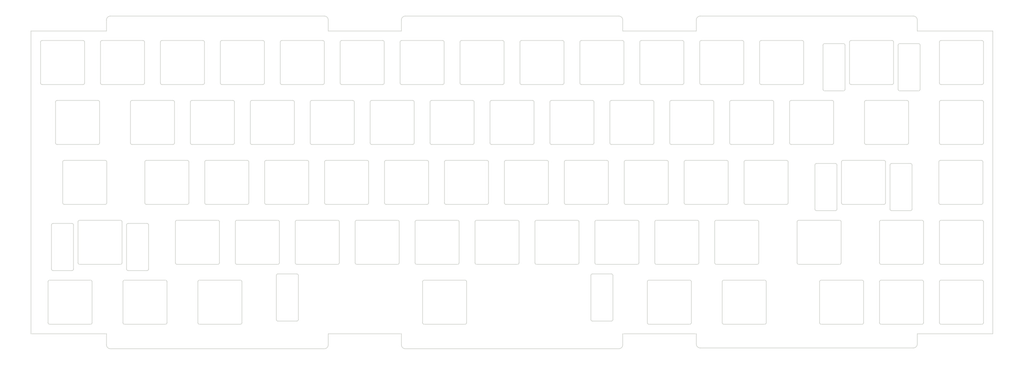
<source format=kicad_pcb>
(kicad_pcb (version 20210126) (generator pcbnew)
  (layers (0 "F.Cu" signal) (31 "B.Cu" signal) (34 "B.Paste" user) (35 "F.Paste" user) (36 "B.SilkS" user "B.Silkscreen") (37 "F.SilkS" user "F.Silkscreen") (38 "B.Mask" user) (39 "F.Mask" user) (44 "Edge.Cuts" user))
  (net 0 "")
  (gr_arc (start 221.607686 91.412143) (end 221.607686 91.912143) (angle -90) (layer "Edge.Cuts") (width 0.2))
  (gr_line (start -3.323564 110.962143) (end 9.676436 110.962143) (layer "Edge.Cuts") (width 0.2))
  (gr_line (start -2.236564 93.912143) (end 3.763436 93.912143) (layer "Edge.Cuts") (width 0.2))
  (gr_line (start 56.207686 91.912143) (end 69.207686 91.912143) (layer "Edge.Cuts") (width 0.2))
  (gr_line (start 137.170186 53.812143) (end 150.170186 53.812143) (layer "Edge.Cuts") (width 0.2))
  (gr_line (start 264.336436 59.862143) (end 270.336436 59.862143) (layer "Edge.Cuts") (width 0.2))
  (gr_line (start 51.445186 34.762142) (end 64.445186 34.762142) (layer "Edge.Cuts") (width 0.2))
  (gr_arc (start 235.895186 21.262143) (end 236.395186 21.262143) (angle -90) (layer "Edge.Cuts") (width 0.2))
  (gr_arc (start 222.895186 21.262143) (end 222.895186 20.762143) (angle -90) (layer "Edge.Cuts") (width 0.2))
  (gr_line (start 1.343686 58.862143) (end 14.343686 58.862143) (layer "Edge.Cuts") (width 0.2))
  (gr_arc (start 40.442186 59.362143) (end 40.942186 59.362143) (angle -90) (layer "Edge.Cuts") (width 0.2))
  (gr_arc (start 292.854686 59.362143) (end 293.354686 59.362143) (angle -90) (layer "Edge.Cuts") (width 0.2))
  (gr_arc (start 21.639436 93.412143) (end 21.139436 93.412143) (angle -90) (layer "Edge.Cuts") (width 0.2))
  (gr_line (start 16 118.749999) (end 84 118.749999) (layer "Edge.Cuts") (width 0.2))
  (gr_line (start 279.854686 58.862143) (end 292.854686 58.862143) (layer "Edge.Cuts") (width 0.2))
  (gr_arc (start 135.692186 72.362143) (end 135.692186 72.862143) (angle -90) (layer "Edge.Cuts") (width 0.2))
  (gr_line (start 85.25 114) (end 85.25 117.5) (layer "Edge.Cuts") (width 0.2))
  (gr_line (start 44.301436 110.962143) (end 57.301436 110.962143) (layer "Edge.Cuts") (width 0.2))
  (gr_line (start 165.745186 20.762143) (end 178.745186 20.762143) (layer "Edge.Cuts") (width 0.2))
  (gr_line (start 203.057686 78.412143) (end 203.057686 91.412143) (layer "Edge.Cuts") (width 0.2))
  (gr_arc (start 178.745186 34.262142) (end 178.745186 34.762142) (angle -90) (layer "Edge.Cuts") (width 0.2))
  (gr_arc (start 127.645186 21.262143) (end 127.645186 20.762143) (angle -90) (layer "Edge.Cuts") (width 0.2))
  (gr_line (start 79.520186 40.312143) (end 79.520186 53.312143) (layer "Edge.Cuts") (width 0.2))
  (gr_arc (start 165.745186 34.262142) (end 165.245186 34.262142) (angle -90) (layer "Edge.Cuts") (width 0.2))
  (gr_arc (start 261.898436 59.362143) (end 262.398436 59.362143) (angle -90) (layer "Edge.Cuts") (width 0.2))
  (gr_arc (start 89.545186 21.262143) (end 89.545186 20.762143) (angle -90) (layer "Edge.Cuts") (width 0.2))
  (gr_arc (start 3.763436 79.412143) (end 4.263436 79.412143) (angle -90) (layer "Edge.Cuts") (width 0.2))
  (gr_line (start 28.139436 79.412143) (end 28.139436 93.412143) (layer "Edge.Cuts") (width 0.2))
  (gr_line (start 174.292186 59.362143) (end 174.292186 72.362143) (layer "Edge.Cuts") (width 0.2))
  (gr_line (start 117.620186 40.312143) (end 117.620186 53.312143) (layer "Edge.Cuts") (width 0.2))
  (gr_arc (start 159.695186 21.262143) (end 160.195186 21.262143) (angle -90) (layer "Edge.Cuts") (width 0.2))
  (gr_line (start 155.720186 40.312143) (end 155.720186 53.312143) (layer "Edge.Cuts") (width 0.2))
  (gr_line (start 60.970186 39.812143) (end 73.970186 39.812143) (layer "Edge.Cuts") (width 0.2))
  (gr_line (start 108.595186 34.762142) (end 121.595185 34.762142) (layer "Edge.Cuts") (width 0.2))
  (gr_line (start 115.738936 110.962143) (end 128.738936 110.962143) (layer "Edge.Cuts") (width 0.2))
  (gr_line (start 151.457686 91.912143) (end 164.457686 91.912143) (layer "Edge.Cuts") (width 0.2))
  (gr_line (start 179.842186 58.862143) (end 192.842186 58.862143) (layer "Edge.Cuts") (width 0.2))
  (gr_line (start 270.836436 60.362143) (end 270.836436 74.362143) (layer "Edge.Cuts") (width 0.2))
  (gr_line (start 248.898435 58.862143) (end 261.898436 58.862143) (layer "Edge.Cuts") (width 0.2))
  (gr_line (start 51.445186 20.762143) (end 64.445186 20.762143) (layer "Edge.Cuts") (width 0.2))
  (gr_arc (start 210.988936 110.462143) (end 210.488936 110.462143) (angle -90) (layer "Edge.Cuts") (width 0.2))
  (gr_line (start 272.5 17.75) (end 296.5 17.75) (layer "Edge.Cuts") (width 0.2))
  (gr_line (start 170.507686 91.912143) (end 183.507686 91.912143) (layer "Edge.Cuts") (width 0.2))
  (gr_arc (start 192.842186 59.362143) (end 193.342186 59.362143) (angle -90) (layer "Edge.Cuts") (width 0.2))
  (gr_line (start 129.238936 97.462143) (end 129.238936 110.462143) (layer "Edge.Cuts") (width 0.2))
  (gr_line (start 22.870186 39.812143) (end 35.870186 39.812143) (layer "Edge.Cuts") (width 0.2))
  (gr_arc (start 122.692186 72.362143) (end 122.192186 72.362143) (angle -90) (layer "Edge.Cuts") (width 0.2))
  (gr_line (start 203.500001 13) (end 271.25 13) (layer "Edge.Cuts") (width 0.2))
  (gr_arc (start 84 117.5) (end 85.249999 117.5) (angle 90) (layer "Edge.Cuts") (width 0.2))
  (gr_line (start 137.170186 39.812143) (end 150.170186 39.812143) (layer "Edge.Cuts") (width 0.2))
  (gr_line (start 210.488936 97.462143) (end 210.488936 110.462143) (layer "Edge.Cuts") (width 0.2))
  (gr_line (start 243.032186 21.762143) (end 249.032186 21.762143) (layer "Edge.Cuts") (width 0.2))
  (gr_line (start 46.492186 58.862143) (end 59.492186 58.862143) (layer "Edge.Cuts") (width 0.2))
  (gr_arc (start 208.607686 78.412143) (end 208.607686 77.912143) (angle -90) (layer "Edge.Cuts") (width 0.2))
  (gr_line (start 224.488936 97.462143) (end 224.488936 110.462143) (layer "Edge.Cuts") (width 0.2))
  (gr_line (start 170.007686 78.412143) (end 170.007686 91.412143) (layer "Edge.Cuts") (width 0.2))
  (gr_arc (start -0.942314 53.312143) (end -1.442314 53.312143) (angle -90) (layer "Edge.Cuts") (width 0.2))
  (gr_arc (start 32.395186 34.262142) (end 31.895186 34.262142) (angle -90) (layer "Edge.Cuts") (width 0.2))
  (gr_line (start 10.176436 97.462143) (end 10.176436 110.462143) (layer "Edge.Cuts") (width 0.2))
  (gr_line (start 178.866117 17.75) (end 202.250001 17.75) (layer "Edge.Cuts") (width 0.2))
  (gr_arc (start 188.270186 53.312143) (end 188.270186 53.812143) (angle -90) (layer "Edge.Cuts") (width 0.2))
  (gr_line (start 109.749999 118.749999) (end 177.616118 118.749999) (layer "Edge.Cuts") (width 0.2))
  (gr_arc (start 131.120186 40.312143) (end 131.620186 40.312143) (angle -90) (layer "Edge.Cuts") (width 0.2))
  (gr_arc (start 89.545186 34.262142) (end 89.045186 34.262142) (angle -90) (layer "Edge.Cuts") (width 0.2))
  (gr_line (start 4.263436 79.412143) (end 4.263436 93.412143) (layer "Edge.Cuts") (width 0.2))
  (gr_arc (start 211.892186 59.362143) (end 212.392186 59.362143) (angle -90) (layer "Edge.Cuts") (width 0.2))
  (gr_arc (start 273.995186 91.412143) (end 273.995186 91.912143) (angle -90) (layer "Edge.Cuts") (width 0.2))
  (gr_line (start 145.907686 78.412143) (end 145.907686 91.412143) (layer "Edge.Cuts") (width 0.2))
  (gr_line (start 208.607686 91.912143) (end 221.607686 91.912143) (layer "Edge.Cuts") (width 0.2))
  (gr_arc (start 107.307686 78.412143) (end 107.807686 78.412143) (angle -90) (layer "Edge.Cuts") (width 0.2))
  (gr_arc (start 12.057686 53.312143) (end 12.057686 53.812143) (angle -90) (layer "Edge.Cuts") (width 0.2))
  (gr_line (start 69.995186 21.262143) (end 69.995186 34.262142) (layer "Edge.Cuts") (width 0.2))
  (gr_line (start 103.142186 59.362143) (end 103.142186 72.362143) (layer "Edge.Cuts") (width 0.2))
  (gr_line (start 36.370186 40.312143) (end 36.370186 53.312143) (layer "Edge.Cuts") (width 0.2))
  (gr_line (start 200.676436 97.462143) (end 200.676436 110.462143) (layer "Edge.Cuts") (width 0.2))
  (gr_arc (start 132.407686 91.412143) (end 131.907686 91.412143) (angle -90) (layer "Edge.Cuts") (width 0.2))
  (gr_line (start 187.176436 96.962143) (end 200.176436 96.962143) (layer "Edge.Cuts") (width 0.2))
  (gr_arc (start 44.301436 110.462143) (end 43.801436 110.462143) (angle -90) (layer "Edge.Cuts") (width 0.2))
  (gr_line (start 12.845186 21.262143) (end 12.845186 34.262142) (layer "Edge.Cuts") (width 0.2))
  (gr_line (start 80.020186 53.812143) (end 93.020186 53.812143) (layer "Edge.Cuts") (width 0.2))
  (gr_line (start 280.045186 110.962143) (end 293.045186 110.962143) (layer "Edge.Cuts") (width 0.2))
  (gr_line (start 93.520186 40.312143) (end 93.520186 53.312143) (layer "Edge.Cuts") (width 0.2))
  (gr_line (start 99.070186 39.812143) (end 112.070186 39.812143) (layer "Edge.Cuts") (width 0.2))
  (gr_arc (start 177.616118 117.5) (end 178.866117 117.5) (angle 90) (layer "Edge.Cuts") (width 0.2))
  (gr_arc (start 230.942186 72.362143) (end 230.942186 72.862143) (angle -90) (layer "Edge.Cuts") (width 0.2))
  (gr_arc (start 246.460436 74.362143) (end 246.460436 74.862143) (angle -90) (layer "Edge.Cuts") (width 0.2))
  (gr_line (start 178.866117 117.5) (end 178.866117 114) (layer "Edge.Cuts") (width 0.2))
  (gr_line (start 65.042186 59.362143) (end 65.042186 72.362143) (layer "Edge.Cuts") (width 0.2))
  (gr_arc (start 33.488936 97.462143) (end 33.988936 97.462143) (angle -90) (layer "Edge.Cuts") (width 0.2))
  (gr_arc (start 203.845186 21.262143) (end 203.845186 20.762143) (angle -90) (layer "Edge.Cuts") (width 0.2))
  (gr_line (start 186.676436 97.462143) (end 186.676436 110.462143) (layer "Edge.Cuts") (width 0.2))
  (gr_arc (start 140.645186 21.262143) (end 141.145186 21.262143) (angle -90) (layer "Edge.Cuts") (width 0.2))
  (gr_line (start 64.945186 21.262143) (end 64.945186 34.262142) (layer "Edge.Cuts") (width 0.2))
  (gr_line (start 279.545186 40.312143) (end 279.545186 53.312143) (layer "Edge.Cuts") (width 0.2))
  (gr_line (start 141.742186 58.862143) (end 154.742186 58.862143) (layer "Edge.Cuts") (width 0.2))
  (gr_line (start 46.492186 72.862143) (end 59.492186 72.862143) (layer "Edge.Cuts") (width 0.2))
  (gr_arc (start 26.345186 21.262143) (end 26.845186 21.262143) (angle -90) (layer "Edge.Cuts") (width 0.2))
  (gr_line (start 279.545186 21.262143) (end 279.545186 34.262142) (layer "Edge.Cuts") (width 0.2))
  (gr_line (start 184.007686 78.412143) (end 184.007686 91.412143) (layer "Edge.Cuts") (width 0.2))
  (gr_arc (start 137.170186 53.312143) (end 136.670186 53.312143) (angle -90) (layer "Edge.Cuts") (width 0.2))
  (gr_line (start 175.238936 94.962143) (end 169.238936 94.962143) (layer "Edge.Cuts") (width 0.2))
  (gr_line (start 55.420186 40.312143) (end 55.420186 53.312143) (layer "Edge.Cuts") (width 0.2))
  (gr_arc (start 203.5 14.25) (end 202.250001 14.25) (angle 90) (layer "Edge.Cuts") (width 0.2))
  (gr_line (start 32.395186 34.762142) (end 45.395186 34.762142) (layer "Edge.Cuts") (width 0.2))
  (gr_arc (start 113.357686 78.412143) (end 113.357686 77.912143) (angle -90) (layer "Edge.Cuts") (width 0.2))
  (gr_line (start 208.607686 77.912143) (end 221.607686 77.912143) (layer "Edge.Cuts") (width 0.2))
  (gr_arc (start 187.176436 97.462143) (end 187.176436 96.962143) (angle -90) (layer "Edge.Cuts") (width 0.2))
  (gr_arc (start 50.157686 91.412143) (end 50.157686 91.912143) (angle -90) (layer "Edge.Cuts") (width 0.2))
  (gr_line (start 70.495186 34.762142) (end 83.495186 34.762142) (layer "Edge.Cuts") (width 0.2))
  (gr_line (start 203.845186 34.762142) (end 216.845186 34.762142) (layer "Edge.Cuts") (width 0.2))
  (gr_line (start 217.345186 21.262143) (end 217.345186 34.262142) (layer "Edge.Cuts") (width 0.2))
  (gr_arc (start 211.892186 72.362143) (end 211.892186 72.862143) (angle -90) (layer "Edge.Cuts") (width 0.2))
  (gr_arc (start 50.157686 78.412143) (end 50.657686 78.412143) (angle -90) (layer "Edge.Cuts") (width 0.2))
  (gr_arc (start 270.336436 60.362143) (end 270.836436 60.362143) (angle -90) (layer "Edge.Cuts") (width 0.2))
  (gr_line (start 165.745186 34.762142) (end 178.745186 34.762142) (layer "Edge.Cuts") (width 0.2))
  (gr_arc (start 170.507686 78.412143) (end 170.507686 77.912143) (angle -90) (layer "Edge.Cuts") (width 0.2))
  (gr_arc (start 146.695186 21.262143) (end 146.695186 20.762143) (angle -90) (layer "Edge.Cuts") (width 0.2))
  (gr_arc (start 264.336436 74.362143) (end 263.836436 74.362143) (angle -90) (layer "Edge.Cuts") (width 0.2))
  (gr_line (start 75.238936 109.962143) (end 69.238936 109.962143) (layer "Edge.Cuts") (width 0.2))
  (gr_line (start 75.738936 109.462143) (end 75.738936 95.462143) (layer "Edge.Cuts") (width 0.2))
  (gr_line (start 175.238936 109.962143) (end 169.238936 109.962143) (layer "Edge.Cuts") (width 0.2))
  (gr_line (start 260.495186 78.412143) (end 260.495186 91.412143) (layer "Edge.Cuts") (width 0.2))
  (gr_line (start 179.842186 72.862143) (end 192.842186 72.862143) (layer "Edge.Cuts") (width 0.2))
  (gr_arc (start 279.854686 59.362143) (end 279.854686 58.862143) (angle -90) (layer "Edge.Cuts") (width 0.2))
  (gr_arc (start 280.045186 78.412143) (end 280.045186 77.912143) (angle -90) (layer "Edge.Cuts") (width 0.2))
  (gr_line (start 88.757686 78.412143) (end 88.757686 91.412143) (layer "Edge.Cuts") (width 0.2))
  (gr_line (start 118.120186 39.812143) (end 131.120186 39.812143) (layer "Edge.Cuts") (width 0.2))
  (gr_line (start 280.045186 20.762143) (end 293.045186 20.762143) (layer "Edge.Cuts") (width 0.2))
  (gr_arc (start 223.988936 110.462143) (end 223.988936 110.962143) (angle -90) (layer "Edge.Cuts") (width 0.2))
  (gr_line (start 12.557686 40.312143) (end 12.557686 53.312143) (layer "Edge.Cuts") (width 0.2))
  (gr_line (start 255.732685 40.312143) (end 255.732685 53.312143) (layer "Edge.Cuts") (width 0.2))
  (gr_line (start 65.542186 58.862143) (end 78.542186 58.862143) (layer "Edge.Cuts") (width 0.2))
  (gr_line (start 189.557686 77.912143) (end 202.557686 77.912143) (layer "Edge.Cuts") (width 0.2))
  (gr_line (start 40.942186 59.362143) (end 40.942186 72.362143) (layer "Edge.Cuts") (width 0.2))
  (gr_arc (start 260.995186 97.462143) (end 260.995186 96.962143) (angle -90) (layer "Edge.Cuts") (width 0.2))
  (gr_line (start 266.908186 21.762143) (end 272.908186 21.762143) (layer "Edge.Cuts") (width 0.2))
  (gr_arc (start 65.542186 59.362143) (end 65.542186 58.862143) (angle -90) (layer "Edge.Cuts") (width 0.2))
  (gr_line (start 103.642186 72.862143) (end 116.642186 72.862143) (layer "Edge.Cuts") (width 0.2))
  (gr_arc (start 151.457686 91.412143) (end 150.957686 91.412143) (angle -90) (layer "Edge.Cuts") (width 0.2))
  (gr_arc (start -2.236564 93.412143) (end -2.736564 93.412143) (angle -90) (layer "Edge.Cuts") (width 0.2))
  (gr_line (start 184.795186 34.762142) (end 197.795186 34.762142) (layer "Edge.Cuts") (width 0.2))
  (gr_line (start 274.495186 78.412143) (end 274.495186 91.412143) (layer "Edge.Cuts") (width 0.2))
  (gr_arc (start 221.607686 78.412143) (end 222.107686 78.412143) (angle -90) (layer "Edge.Cuts") (width 0.2))
  (gr_arc (start 266.908186 22.262143) (end 266.908186 21.762143) (angle -90) (layer "Edge.Cuts") (width 0.2))
  (gr_line (start 279.354686 59.362143) (end 279.354686 72.362143) (layer "Edge.Cuts") (width 0.2))
  (gr_line (start 26.845186 21.262143) (end 26.845186 34.262142) (layer "Edge.Cuts") (width 0.2))
  (gr_line (start 208.107686 78.412143) (end 208.107686 91.412143) (layer "Edge.Cuts") (width 0.2))
  (gr_line (start 279.545186 78.412143) (end 279.545186 91.412143) (layer "Edge.Cuts") (width 0.2))
  (gr_arc (start 75.257686 78.412143) (end 75.257686 77.912143) (angle -90) (layer "Edge.Cuts") (width 0.2))
  (gr_arc (start 69.207686 91.412143) (end 69.207686 91.912143) (angle -90) (layer "Edge.Cuts") (width 0.2))
  (gr_arc (start 256.232685 40.312143) (end 256.232685 39.812143) (angle -90) (layer "Edge.Cuts") (width 0.2))
  (gr_arc (start 264.336436 60.362143) (end 264.336436 59.862143) (angle -90) (layer "Edge.Cuts") (width 0.2))
  (gr_line (start 89.545186 34.762142) (end 102.545186 34.762142) (layer "Edge.Cuts") (width 0.2))
  (gr_arc (start 217.942186 59.362143) (end 217.942186 58.862143) (angle -90) (layer "Edge.Cuts") (width 0.2))
  (gr_arc (start 243.032186 36.262143) (end 242.532186 36.262143) (angle -90) (layer "Edge.Cuts") (width 0.2))
  (gr_line (start 156.220186 53.812143) (end 169.220186 53.812143) (layer "Edge.Cuts") (width 0.2))
  (gr_line (start 21.639436 78.912143) (end 27.639436 78.912143) (layer "Edge.Cuts") (width 0.2))
  (gr_arc (start 118.120186 53.312143) (end 117.620186 53.312143) (angle -90) (layer "Edge.Cuts") (width 0.2))
  (gr_line (start 231.442186 59.362143) (end 231.442186 72.362143) (layer "Edge.Cuts") (width 0.2))
  (gr_line (start 272.5 114) (end 296.5 114) (layer "Edge.Cuts") (width 0.2))
  (gr_arc (start 45.395186 21.262143) (end 45.895186 21.262143) (angle -90) (layer "Edge.Cuts") (width 0.2))
  (gr_arc (start 293.045186 34.262142) (end 293.045186 34.762142) (angle -90) (layer "Edge.Cuts") (width 0.2))
  (gr_arc (start 60.970186 40.312143) (end 60.970186 39.812143) (angle -90) (layer "Edge.Cuts") (width 0.2))
  (gr_arc (start 121.595185 21.262143) (end 122.095185 21.262143) (angle -90) (layer "Edge.Cuts") (width 0.2))
  (gr_arc (start 121.595185 34.262142) (end 121.595185 34.762142) (angle -90) (layer "Edge.Cuts") (width 0.2))
  (gr_line (start 141.145186 21.262143) (end 141.145186 34.262142) (layer "Edge.Cuts") (width 0.2))
  (gr_arc (start 57.301436 110.462143) (end 57.301436 110.962143) (angle -90) (layer "Edge.Cuts") (width 0.2))
  (gr_line (start 175.270186 53.812143) (end 188.270186 53.812143) (layer "Edge.Cuts") (width 0.2))
  (gr_line (start 222.895186 20.762143) (end 235.895186 20.762143) (layer "Edge.Cuts") (width 0.2))
  (gr_line (start 22.870186 53.812143) (end 35.870186 53.812143) (layer "Edge.Cuts") (width 0.2))
  (gr_arc (start 37.157686 78.412143) (end 37.157686 77.912143) (angle -90) (layer "Edge.Cuts") (width 0.2))
  (gr_arc (start 32.395186 21.262143) (end 32.395186 20.762143) (angle -90) (layer "Edge.Cuts") (width 0.2))
  (gr_line (start 280.045186 39.812143) (end 293.045186 39.812143) (layer "Edge.Cuts") (width 0.2))
  (gr_arc (start 57.301436 97.462143) (end 57.801436 97.462143) (angle -90) (layer "Edge.Cuts") (width 0.2))
  (gr_line (start 240.460436 59.862143) (end 246.460436 59.862143) (layer "Edge.Cuts") (width 0.2))
  (gr_arc (start 154.742186 59.362143) (end 155.242186 59.362143) (angle -90) (layer "Edge.Cuts") (width 0.2))
  (gr_line (start 70.495186 20.762143) (end 83.495186 20.762143) (layer "Edge.Cuts") (width 0.2))
  (gr_line (start 232.420186 53.812143) (end 245.420186 53.812143) (layer "Edge.Cuts") (width 0.2))
  (gr_line (start 234.301436 78.412143) (end 234.301436 91.412143) (layer "Edge.Cuts") (width 0.2))
  (gr_line (start 132.407686 91.912143) (end 145.407686 91.912143) (layer "Edge.Cuts") (width 0.2))
  (gr_line (start -9.25 114) (end 14.75 114) (layer "Edge.Cuts") (width 0.2))
  (gr_line (start 170.507686 77.912143) (end 183.507686 77.912143) (layer "Edge.Cuts") (width 0.2))
  (gr_arc (start 75.238936 95.462143) (end 75.738936 95.462143) (angle -90) (layer "Edge.Cuts") (width 0.2))
  (gr_line (start 280.045186 91.912143) (end 293.045186 91.912143) (layer "Edge.Cuts") (width 0.2))
  (gr_line (start 260.995186 77.912143) (end 273.995186 77.912143) (layer "Edge.Cuts") (width 0.2))
  (gr_arc (start 126.357686 78.412143) (end 126.857686 78.412143) (angle -90) (layer "Edge.Cuts") (width 0.2))
  (gr_arc (start 241.945186 110.462143) (end 241.445186 110.462143) (angle -90) (layer "Edge.Cuts") (width 0.2))
  (gr_line (start 141.742186 72.862143) (end 154.742186 72.862143) (layer "Edge.Cuts") (width 0.2))
  (gr_arc (start 241.945186 97.462143) (end 241.945186 96.962143) (angle -90) (layer "Edge.Cuts") (width 0.2))
  (gr_line (start 241.945186 96.962143) (end 254.945186 96.962143) (layer "Edge.Cuts") (width 0.2))
  (gr_line (start 113.357686 77.912143) (end 126.357686 77.912143) (layer "Edge.Cuts") (width 0.2))
  (gr_line (start 169.720186 40.312143) (end 169.720186 53.312143) (layer "Edge.Cuts") (width 0.2))
  (gr_arc (start 27.639436 93.412143) (end 27.639436 93.912143) (angle -90) (layer "Edge.Cuts") (width 0.2))
  (gr_arc (start 293.045186 110.462143) (end 293.045186 110.962143) (angle -90) (layer "Edge.Cuts") (width 0.2))
  (gr_line (start 296.5 17.75) (end 296.5 114) (layer "Edge.Cuts") (width 0.2))
  (gr_line (start 132.407686 77.912143) (end 145.407686 77.912143) (layer "Edge.Cuts") (width 0.2))
  (gr_line (start 272.5 117.250001) (end 272.5 114) (layer "Edge.Cuts") (width 0.2))
  (gr_line (start 168.738936 109.462143) (end 168.738936 95.462143) (layer "Edge.Cuts") (width 0.2))
  (gr_arc (start 249.032186 36.262143) (end 249.032186 36.762143) (angle -90) (layer "Edge.Cuts") (width 0.2))
  (gr_arc (start 273.995186 110.462143) (end 273.995186 110.962143) (angle -90) (layer "Edge.Cuts") (width 0.2))
  (gr_arc (start 217.942186 72.362143) (end 217.442186 72.362143) (angle -90) (layer "Edge.Cuts") (width 0.2))
  (gr_line (start 7.795185 21.262143) (end 7.795185 34.262142) (layer "Edge.Cuts") (width 0.2))
  (gr_arc (start 169.220186 53.312143) (end 169.220186 53.812143) (angle -90) (layer "Edge.Cuts") (width 0.2))
  (gr_arc (start 156.220186 53.312143) (end 155.720186 53.312143) (angle -90) (layer "Edge.Cuts") (width 0.2))
  (gr_arc (start 145.407686 91.412143) (end 145.407686 91.912143) (angle -90) (layer "Edge.Cuts") (width 0.2))
  (gr_line (start -3.323564 96.962143) (end 9.676436 96.962143) (layer "Edge.Cuts") (width 0.2))
  (gr_arc (start 271.250001 117.250001) (end 272.5 117.250001) (angle 90) (layer "Edge.Cuts") (width 0.2))
  (gr_arc (start 207.320186 53.312143) (end 207.320186 53.812143) (angle -90) (layer "Edge.Cuts") (width 0.2))
  (gr_line (start 59.992186 59.362143) (end 59.992186 72.362143) (layer "Edge.Cuts") (width 0.2))
  (gr_arc (start 254.945186 97.462143) (end 255.445186 97.462143) (angle -90) (layer "Edge.Cuts") (width 0.2))
  (gr_arc (start 97.592186 72.362143) (end 97.592186 72.862143) (angle -90) (layer "Edge.Cuts") (width 0.2))
  (gr_line (start 27.442186 58.862143) (end 40.442186 58.862143) (layer "Edge.Cuts") (width 0.2))
  (gr_line (start 13.345186 20.762143) (end 26.345186 20.762143) (layer "Edge.Cuts") (width 0.2))
  (gr_line (start 14.843686 59.362143) (end 14.843686 72.362143) (layer "Edge.Cuts") (width 0.2))
  (gr_line (start 280.045186 34.762142) (end 293.045186 34.762142) (layer "Edge.Cuts") (width 0.2))
  (gr_arc (start 251.470186 34.262142) (end 250.970186 34.262142) (angle -90) (layer "Edge.Cuts") (width 0.2))
  (gr_line (start -5.704814 20.762143) (end 7.295185 20.762143) (layer "Edge.Cuts") (width 0.2))
  (gr_line (start 122.095185 21.262143) (end 122.095185 34.262142) (layer "Edge.Cuts") (width 0.2))
  (gr_arc (start 135.692186 59.362143) (end 136.192186 59.362143) (angle -90) (layer "Edge.Cuts") (width 0.2))
  (gr_line (start 146.195186 21.262143) (end 146.195186 34.262142) (layer "Edge.Cuts") (width 0.2))
  (gr_line (start 241.445186 97.462143) (end 241.445186 110.462143) (layer "Edge.Cuts") (width 0.2))
  (gr_line (start 243.032186 36.762143) (end 249.032186 36.762143) (layer "Edge.Cuts") (width 0.2))
  (gr_line (start 198.892186 72.862143) (end 211.892186 72.862143) (layer "Edge.Cuts") (width 0.2))
  (gr_line (start 165.245186 21.262143) (end 165.245186 34.262142) (layer "Edge.Cuts") (width 0.2))
  (gr_arc (start 20.488936 97.462143) (end 20.488936 96.962143) (angle -90) (layer "Edge.Cuts") (width 0.2))
  (gr_line (start 251.470186 20.762143) (end 264.470186 20.762143) (layer "Edge.Cuts") (width 0.2))
  (gr_arc (start 26.345186 34.262142) (end 26.345186 34.762142) (angle -90) (layer "Edge.Cuts") (width 0.2))
  (gr_line (start 65.542186 72.862143) (end 78.542186 72.862143) (layer "Edge.Cuts") (width 0.2))
  (gr_arc (start 216.845186 34.262142) (end 216.845186 34.762142) (angle -90) (layer "Edge.Cuts") (width 0.2))
  (gr_line (start 74.757686 78.412143) (end 74.757686 91.412143) (layer "Edge.Cuts") (width 0.2))
  (gr_arc (start 293.045186 91.412143) (end 293.045186 91.912143) (angle -90) (layer "Edge.Cuts") (width 0.2))
  (gr_line (start 241.945186 110.962143) (end 254.945186 110.962143) (layer "Edge.Cuts") (width 0.2))
  (gr_line (start 187.176436 110.962143) (end 200.176436 110.962143) (layer "Edge.Cuts") (width 0.2))
  (gr_arc (start 84.592186 59.362143) (end 84.592186 58.862143) (angle -90) (layer "Edge.Cuts") (width 0.2))
  (gr_arc (start 126.357686 91.412143) (end 126.357686 91.912143) (angle -90) (layer "Edge.Cuts") (width 0.2))
  (gr_arc (start 102.545186 21.262143) (end 103.045186 21.262143) (angle -90) (layer "Edge.Cuts") (width 0.2))
  (gr_arc (start 145.407686 78.412143) (end 145.907686 78.412143) (angle -90) (layer "Edge.Cuts") (width 0.2))
  (gr_arc (start 247.801436 78.412143) (end 248.301436 78.412143) (angle -90) (layer "Edge.Cuts") (width 0.2))
  (gr_line (start 280.045186 53.812143) (end 293.045186 53.812143) (layer "Edge.Cuts") (width 0.2))
  (gr_arc (start 14.343686 72.362143) (end 14.343686 72.862143) (angle -90) (layer "Edge.Cuts") (width 0.2))
  (gr_arc (start 264.470186 21.262143) (end 264.970186 21.262143) (angle -90) (layer "Edge.Cuts") (width 0.2))
  (gr_arc (start -0.942314 40.312143) (end -0.942314 39.812143) (angle -90) (layer "Edge.Cuts") (width 0.2))
  (gr_line (start 212.392186 59.362143) (end 212.392186 72.362143) (layer "Edge.Cuts") (width 0.2))
  (gr_line (start 21.639436 93.912143) (end 27.639436 93.912143) (layer "Edge.Cuts") (width 0.2))
  (gr_arc (start 280.045186 97.462143) (end 280.045186 96.962143) (angle -90) (layer "Edge.Cuts") (width 0.2))
  (gr_line (start 146.695186 20.762143) (end 159.695186 20.762143) (layer "Edge.Cuts") (width 0.2))
  (gr_arc (start 80.020186 53.312143) (end 79.520186 53.312143) (angle -90) (layer "Edge.Cuts") (width 0.2))
  (gr_line (start 242.532186 22.262143) (end 242.532186 36.262143) (layer "Edge.Cuts") (width 0.2))
  (gr_line (start 217.942186 72.862143) (end 230.942186 72.862143) (layer "Edge.Cuts") (width 0.2))
  (gr_arc (start 146.695186 34.262142) (end 146.195186 34.262142) (angle -90) (layer "Edge.Cuts") (width 0.2))
  (gr_line (start 193.820186 40.312143) (end 193.820186 53.312143) (layer "Edge.Cuts") (width 0.2))
  (gr_arc (start 243.032186 22.262143) (end 243.032186 21.762143) (angle -90) (layer "Edge.Cuts") (width 0.2))
  (gr_arc (start 151.457686 78.412143) (end 151.457686 77.912143) (angle -90) (layer "Edge.Cuts") (width 0.2))
  (gr_arc (start 22.870186 40.312143) (end 22.870186 39.812143) (angle -90) (layer "Edge.Cuts") (width 0.2))
  (gr_arc (start 69.238936 95.462143) (end 69.238936 94.962143) (angle -90) (layer "Edge.Cuts") (width 0.2))
  (gr_line (start 6.201436 77.912143) (end 19.201436 77.912143) (layer "Edge.Cuts") (width 0.2))
  (gr_line (start 20.488936 96.962143) (end 33.488936 96.962143) (layer "Edge.Cuts") (width 0.2))
  (gr_arc (start 213.370186 53.312143) (end 212.870186 53.312143) (angle -90) (layer "Edge.Cuts") (width 0.2))
  (gr_arc (start 179.842186 72.362143) (end 179.342186 72.362143) (angle -90) (layer "Edge.Cuts") (width 0.2))
  (gr_line (start 131.907686 78.412143) (end 131.907686 91.412143) (layer "Edge.Cuts") (width 0.2))
  (gr_arc (start 15.999999 14.25) (end 14.75 14.25) (angle 90) (layer "Edge.Cuts") (width 0.2))
  (gr_line (start 198.892186 58.862143) (end 211.892186 58.862143) (layer "Edge.Cuts") (width 0.2))
  (gr_line (start 113.357686 91.912143) (end 126.357686 91.912143) (layer "Edge.Cuts") (width 0.2))
  (gr_arc (start 27.639436 79.412143) (end 28.139436 79.412143) (angle -90) (layer "Edge.Cuts") (width 0.2))
  (gr_arc (start 270.336436 74.362143) (end 270.336436 74.862143) (angle -90) (layer "Edge.Cuts") (width 0.2))
  (gr_line (start 246.960436 60.362143) (end 246.960436 74.362143) (layer "Edge.Cuts") (width 0.2))
  (gr_arc (start 280.045186 34.262142) (end 279.545186 34.262142) (angle -90) (layer "Edge.Cuts") (width 0.2))
  (gr_line (start 27.442186 72.862143) (end 40.442186 72.862143) (layer "Edge.Cuts") (width 0.2))
  (gr_line (start 107.807686 78.412143) (end 107.807686 91.412143) (layer "Edge.Cuts") (width 0.2))
  (gr_arc (start 200.176436 97.462143) (end 200.676436 97.462143) (angle -90) (layer "Edge.Cuts") (width 0.2))
  (gr_line (start -3.823564 97.462143) (end -3.823564 110.462143) (layer "Edge.Cuts") (width 0.2))
  (gr_line (start 57.801436 97.462143) (end 57.801436 110.462143) (layer "Edge.Cuts") (width 0.2))
  (gr_arc (start 131.120186 53.312143) (end 131.120186 53.812143) (angle -90) (layer "Edge.Cuts") (width 0.2))
  (gr_line (start 250.970186 21.262143) (end 250.970186 34.262142) (layer "Edge.Cuts") (width 0.2))
  (gr_arc (start 154.742186 72.362143) (end 154.742186 72.862143) (angle -90) (layer "Edge.Cuts") (width 0.2))
  (gr_arc (start 280.045186 21.262143) (end 280.045186 20.762143) (angle -90) (layer "Edge.Cuts") (width 0.2))
  (gr_arc (start 73.970186 53.312143) (end 73.970186 53.812143) (angle -90) (layer "Edge.Cuts") (width 0.2))
  (gr_arc (start 88.257686 78.412143) (end 88.757686 78.412143) (angle -90) (layer "Edge.Cuts") (width 0.2))
  (gr_line (start 210.988936 96.962143) (end 223.988936 96.962143) (layer "Edge.Cuts") (width 0.2))
  (gr_arc (start 234.801436 91.412143) (end 234.301436 91.412143) (angle -90) (layer "Edge.Cuts") (width 0.2))
  (gr_line (start 84.592186 72.862143) (end 97.592186 72.862143) (layer "Edge.Cuts") (width 0.2))
  (gr_line (start 207.820186 40.312143) (end 207.820186 53.312143) (layer "Edge.Cuts") (width 0.2))
  (gr_line (start 33.988936 97.462143) (end 33.988936 110.462143) (layer "Edge.Cuts") (width 0.2))
  (gr_arc (start 150.170186 53.312143) (end 150.170186 53.812143) (angle -90) (layer "Edge.Cuts") (width 0.2))
  (gr_arc (start 118.120186 40.312143) (end 118.120186 39.812143) (angle -90) (layer "Edge.Cuts") (width 0.2))
  (gr_arc (start 175.238936 95.462143) (end 175.738936 95.462143) (angle -90) (layer "Edge.Cuts") (width 0.2))
  (gr_line (start 260.995186 96.962143) (end 273.995186 96.962143) (layer "Edge.Cuts") (width 0.2))
  (gr_line (start 234.801436 77.912143) (end 247.801436 77.912143) (layer "Edge.Cuts") (width 0.2))
  (gr_line (start 69.707686 78.412143) (end 69.707686 91.412143) (layer "Edge.Cuts") (width 0.2))
  (gr_arc (start 41.920186 53.312143) (end 41.420186 53.312143) (angle -90) (layer "Edge.Cuts") (width 0.2))
  (gr_arc (start 137.170186 40.312143) (end 137.170186 39.812143) (angle -90) (layer "Edge.Cuts") (width 0.2))
  (gr_arc (start 116.642186 72.362143) (end 116.642186 72.862143) (angle -90) (layer "Edge.Cuts") (width 0.2))
  (gr_line (start 234.801436 91.912143) (end 247.801436 91.912143) (layer "Edge.Cuts") (width 0.2))
  (gr_arc (start 293.045186 53.312143) (end 293.045186 53.812143) (angle -90) (layer "Edge.Cuts") (width 0.2))
  (gr_arc (start 115.738936 97.462143) (end 115.738936 96.962143) (angle -90) (layer "Edge.Cuts") (width 0.2))
  (gr_arc (start 173.792186 59.362143) (end 174.292186 59.362143) (angle -90) (layer "Edge.Cuts") (width 0.2))
  (gr_line (start 21.139436 79.412143) (end 21.139436 93.412143) (layer "Edge.Cuts") (width 0.2))
  (gr_arc (start 222.895186 34.262142) (end 222.395186 34.262142) (angle -90) (layer "Edge.Cuts") (width 0.2))
  (gr_line (start 203.345186 21.262143) (end 203.345186 34.262142) (layer "Edge.Cuts") (width 0.2))
  (gr_arc (start 93.020186 40.312143) (end 93.520186 40.312143) (angle -90) (layer "Edge.Cuts") (width 0.2))
  (gr_arc (start 59.492186 59.362143) (end 59.992186 59.362143) (angle -90) (layer "Edge.Cuts") (width 0.2))
  (gr_arc (start 97.592186 59.362143) (end 98.092186 59.362143) (angle -90) (layer "Edge.Cuts") (width 0.2))
  (gr_arc (start 33.488936 110.462143) (end 33.488936 110.962143) (angle -90) (layer "Edge.Cuts") (width 0.2))
  (gr_line (start 279.854686 72.862143) (end 292.854686 72.862143) (layer "Edge.Cuts") (width 0.2))
  (gr_line (start 232.420186 39.812143) (end 245.420186 39.812143) (layer "Edge.Cuts") (width 0.2))
  (gr_arc (start 170.507686 91.412143) (end 170.007686 91.412143) (angle -90) (layer "Edge.Cuts") (width 0.2))
  (gr_line (start 75.257686 77.912143) (end 88.257686 77.912143) (layer "Edge.Cuts") (width 0.2))
  (gr_line (start 160.792186 72.862143) (end 173.792186 72.862143) (layer "Edge.Cuts") (width 0.2))
  (gr_line (start 251.470186 34.762142) (end 264.470186 34.762142) (layer "Edge.Cuts") (width 0.2))
  (gr_line (start 178.866117 14.25) (end 178.866117 17.75) (layer "Edge.Cuts") (width 0.2))
  (gr_arc (start 183.507686 78.412143) (end 184.007686 78.412143) (angle -90) (layer "Edge.Cuts") (width 0.2))
  (gr_arc (start 83.495186 21.262143) (end 83.995186 21.262143) (angle -90) (layer "Edge.Cuts") (width 0.2))
  (gr_arc (start -5.704814 21.262143) (end -5.704814 20.762143) (angle -90) (layer "Edge.Cuts") (width 0.2))
  (gr_arc (start 273.995186 97.462143) (end 274.495186 97.462143) (angle -90) (layer "Edge.Cuts") (width 0.2))
  (gr_line (start 79.042186 59.362143) (end 79.042186 72.362143) (layer "Edge.Cuts") (width 0.2))
  (gr_arc (start 213.370186 40.312143) (end 213.370186 39.812143) (angle -90) (layer "Edge.Cuts") (width 0.2))
  (gr_arc (start 272.908186 22.262143) (end 273.408186 22.262143) (angle -90) (layer "Edge.Cuts") (width 0.2))
  (gr_arc (start 83.495186 34.262142) (end 83.495186 34.762142) (angle -90) (layer "Edge.Cuts") (width 0.2))
  (gr_arc (start 94.307686 78.412143) (end 94.307686 77.912143) (angle -90) (layer "Edge.Cuts") (width 0.2))
  (gr_arc (start 27.442186 72.362143) (end 26.942186 72.362143) (angle -90) (layer "Edge.Cuts") (width 0.2))
  (gr_line (start -6.204814 21.262143) (end -6.204814 34.262142) (layer "Edge.Cuts") (width 0.2))
  (gr_line (start 231.920186 40.312143) (end 231.920186 53.312143) (layer "Edge.Cuts") (width 0.2))
  (gr_line (start 273.408186 22.262143) (end 273.408186 36.262143) (layer "Edge.Cuts") (width 0.2))
  (gr_line (start 127.645186 20.762143) (end 140.645186 20.762143) (layer "Edge.Cuts") (width 0.2))
  (gr_arc (start 46.492186 59.362143) (end 46.492186 58.862143) (angle -90) (layer "Edge.Cuts") (width 0.2))
  (gr_line (start 44.301436 96.962143) (end 57.301436 96.962143) (layer "Edge.Cuts") (width 0.2))
  (gr_line (start 103.642186 58.862143) (end 116.642186 58.862143) (layer "Edge.Cuts") (width 0.2))
  (gr_arc (start 13.345186 21.262143) (end 13.345186 20.762143) (angle -90) (layer "Edge.Cuts") (width 0.2))
  (gr_line (start 112.570186 40.312143) (end 112.570186 53.312143) (layer "Edge.Cuts") (width 0.2))
  (gr_arc (start 202.557686 91.412143) (end 202.557686 91.912143) (angle -90) (layer "Edge.Cuts") (width 0.2))
  (gr_line (start 74.470186 40.312143) (end 74.470186 53.312143) (layer "Edge.Cuts") (width 0.2))
  (gr_line (start 269.732686 40.312143) (end 269.732686 53.312143) (layer "Edge.Cuts") (width 0.2))
  (gr_arc (start 21.639436 79.412143) (end 21.639436 78.912143) (angle -90) (layer "Edge.Cuts") (width 0.2))
  (gr_arc (start 102.545186 34.262142) (end 102.545186 34.762142) (angle -90) (layer "Edge.Cuts") (width 0.2))
  (gr_line (start 274.495186 97.462143) (end 274.495186 110.462143) (layer "Edge.Cuts") (width 0.2))
  (gr_arc (start 37.157686 91.412143) (end 36.657686 91.412143) (angle -90) (layer "Edge.Cuts") (width 0.2))
  (gr_line (start 160.792186 58.862143) (end 173.792186 58.862143) (layer "Edge.Cuts") (width 0.2))
  (gr_line (start 293.545186 21.262143) (end 293.545186 34.262142) (layer "Edge.Cuts") (width 0.2))
  (gr_line (start 260.495186 97.462143) (end 260.495186 110.462143) (layer "Edge.Cuts") (width 0.2))
  (gr_arc (start 6.201436 91.412143) (end 5.701436 91.412143) (angle -90) (layer "Edge.Cuts") (width 0.2))
  (gr_line (start 194.320186 39.812143) (end 207.320186 39.812143) (layer "Edge.Cuts") (width 0.2))
  (gr_arc (start 64.445186 21.262143) (end 64.945186 21.262143) (angle -90) (layer "Edge.Cuts") (width 0.2))
  (gr_arc (start 202.557686 78.412143) (end 203.057686 78.412143) (angle -90) (layer "Edge.Cuts") (width 0.2))
  (gr_line (start 280.045186 77.912143) (end 293.045186 77.912143) (layer "Edge.Cuts") (width 0.2))
  (gr_arc (start 197.795186 34.262142) (end 197.795186 34.762142) (angle -90) (layer "Edge.Cuts") (width 0.2))
  (gr_line (start 75.238936 94.962143) (end 69.238936 94.962143) (layer "Edge.Cuts") (width 0.2))
  (gr_arc (start 248.898435 59.362143) (end 248.898435 58.862143) (angle -90) (layer "Edge.Cuts") (width 0.2))
  (gr_arc (start 80.020186 40.312143) (end 80.020186 39.812143) (angle -90) (layer "Edge.Cuts") (width 0.2))
  (gr_line (start 50.657686 78.412143) (end 50.657686 91.412143) (layer "Edge.Cuts") (width 0.2))
  (gr_arc (start 235.895186 34.262142) (end 235.895186 34.762142) (angle -90) (layer "Edge.Cuts") (width 0.2))
  (gr_arc (start 203.845186 34.262142) (end 203.345186 34.262142) (angle -90) (layer "Edge.Cuts") (width 0.2))
  (gr_line (start 264.970186 21.262143) (end 264.970186 34.262142) (layer "Edge.Cuts") (width 0.2))
  (gr_arc (start 261.898436 72.362143) (end 261.898436 72.862143) (angle -90) (layer "Edge.Cuts") (width 0.2))
  (gr_line (start 240.460436 74.862143) (end 246.460436 74.862143) (layer "Edge.Cuts") (width 0.2))
  (gr_line (start -5.704814 34.762142) (end 7.295185 34.762142) (layer "Edge.Cuts") (width 0.2))
  (gr_line (start 93.807686 78.412143) (end 93.807686 91.412143) (layer "Edge.Cuts") (width 0.2))
  (gr_arc (start 45.395186 34.262142) (end 45.395186 34.762142) (angle -90) (layer "Edge.Cuts") (width 0.2))
  (gr_arc (start 122.692186 59.362143) (end 122.692186 58.862143) (angle -90) (layer "Edge.Cuts") (width 0.2))
  (gr_arc (start 194.320186 40.312143) (end 194.320186 39.812143) (angle -90) (layer "Edge.Cuts") (width 0.2))
  (gr_arc (start 230.942186 59.362143) (end 231.442186 59.362143) (angle -90) (layer "Edge.Cuts") (width 0.2))
  (gr_arc (start 272.908186 36.262143) (end 272.908186 36.762143) (angle -90) (layer "Edge.Cuts") (width 0.2))
  (gr_line (start 213.370186 53.812143) (end 226.370186 53.812143) (layer "Edge.Cuts") (width 0.2))
  (gr_line (start 184.295186 21.262143) (end 184.295186 34.262142) (layer "Edge.Cuts") (width 0.2))
  (gr_arc (start 40.442186 72.362143) (end 40.442186 72.862143) (angle -90) (layer "Edge.Cuts") (width 0.2))
  (gr_line (start 164.957686 78.412143) (end 164.957686 91.412143) (layer "Edge.Cuts") (width 0.2))
  (gr_arc (start 128.738936 97.462143) (end 129.238936 97.462143) (angle -90) (layer "Edge.Cuts") (width 0.2))
  (gr_arc (start 216.845186 21.262143) (end 217.345186 21.262143) (angle -90) (layer "Edge.Cuts") (width 0.2))
  (gr_arc (start 141.742186 72.362143) (end 141.242186 72.362143) (angle -90) (layer "Edge.Cuts") (width 0.2))
  (gr_line (start 150.957686 78.412143) (end 150.957686 91.412143) (layer "Edge.Cuts") (width 0.2))
  (gr_arc (start 184.795186 21.262143) (end 184.795186 20.762143) (angle -90) (layer "Edge.Cuts") (width 0.2))
  (gr_line (start 20.488936 110.962143) (end 33.488936 110.962143) (layer "Edge.Cuts") (width 0.2))
  (gr_arc (start 59.492186 72.362143) (end 59.492186 72.862143) (angle -90) (layer "Edge.Cuts") (width 0.2))
  (gr_arc (start 27.442186 59.362143) (end 27.442186 58.862143) (angle -90) (layer "Edge.Cuts") (width 0.2))
  (gr_arc (start 22.870186 53.312143) (end 22.370186 53.312143) (angle -90) (layer "Edge.Cuts") (width 0.2))
  (gr_line (start 210.988936 110.962143) (end 223.988936 110.962143) (layer "Edge.Cuts") (width 0.2))
  (gr_arc (start 75.257686 91.412143) (end 74.757686 91.412143) (angle -90) (layer "Edge.Cuts") (width 0.2))
  (gr_line (start 266.408186 22.262143) (end 266.408186 36.262143) (layer "Edge.Cuts") (width 0.2))
  (gr_line (start 56.207686 77.912143) (end 69.207686 77.912143) (layer "Edge.Cuts") (width 0.2))
  (gr_arc (start 9.676436 97.462143) (end 10.176436 97.462143) (angle -90) (layer "Edge.Cuts") (width 0.2))
  (gr_line (start 89.545186 20.762143) (end 102.545186 20.762143) (layer "Edge.Cuts") (width 0.2))
  (gr_arc (start 200.176436 110.462143) (end 200.176436 110.962143) (angle -90) (layer "Edge.Cuts") (width 0.2))
  (gr_line (start 198.392186 59.362143) (end 198.392186 72.362143) (layer "Edge.Cuts") (width 0.2))
  (gr_arc (start 260.995186 110.462143) (end 260.495186 110.462143) (angle -90) (layer "Edge.Cuts") (width 0.2))
  (gr_line (start 108.095186 21.262143) (end 108.095186 34.262142) (layer "Edge.Cuts") (width 0.2))
  (gr_line (start 293.545186 40.312143) (end 293.545186 53.312143) (layer "Edge.Cuts") (width 0.2))
  (gr_arc (start 260.995186 91.412143) (end 260.495186 91.412143) (angle -90) (layer "Edge.Cuts") (width 0.2))
  (gr_arc (start 269.232686 53.312143) (end 269.232686 53.812143) (angle -90) (layer "Edge.Cuts") (width 0.2))
  (gr_arc (start 56.207686 78.412143) (end 56.207686 77.912143) (angle -90) (layer "Edge.Cuts") (width 0.2))
  (gr_arc (start 198.892186 72.362143) (end 198.392186 72.362143) (angle -90) (layer "Edge.Cuts") (width 0.2))
  (gr_line (start 262.398436 59.362143) (end 262.398436 72.362143) (layer "Edge.Cuts") (width 0.2))
  (gr_arc (start 109.749999 14.25) (end 108.5 14.25) (angle 90) (layer "Edge.Cuts") (width 0.2))
  (gr_arc (start 280.045186 53.312143) (end 279.545186 53.312143) (angle -90) (layer "Edge.Cuts") (width 0.2))
  (gr_line (start 19.701436 78.412143) (end 19.701436 91.412143) (layer "Edge.Cuts") (width 0.2))
  (gr_line (start 248.301436 78.412143) (end 248.301436 91.412143) (layer "Edge.Cuts") (width 0.2))
  (gr_arc (start 165.745186 21.262143) (end 165.745186 20.762143) (angle -90) (layer "Edge.Cuts") (width 0.2))
  (gr_line (start 98.570186 40.312143) (end 98.570186 53.312143) (layer "Edge.Cuts") (width 0.2))
  (gr_line (start 189.057686 78.412143) (end 189.057686 91.412143) (layer "Edge.Cuts") (width 0.2))
  (gr_arc (start 3.763436 93.412143) (end 3.763436 93.912143) (angle -90) (layer "Edge.Cuts") (width 0.2))
  (gr_line (start 203.5 118.5) (end 271.250001 118.5) (layer "Edge.Cuts") (width 0.2))
  (gr_arc (start -3.323564 110.462143) (end -3.823564 110.462143) (angle -90) (layer "Edge.Cuts") (width 0.2))
  (gr_line (start 117.142186 59.362143) (end 117.142186 72.362143) (layer "Edge.Cuts") (width 0.2))
  (gr_arc (start 293.045186 78.412143) (end 293.545186 78.412143) (angle -90) (layer "Edge.Cuts") (width 0.2))
  (gr_arc (start 9.676436 110.462143) (end 9.676436 110.962143) (angle -90) (layer "Edge.Cuts") (width 0.2))
  (gr_arc (start 69.238936 109.462143) (end 68.738936 109.462143) (angle -90) (layer "Edge.Cuts") (width 0.2))
  (gr_arc (start 1.343686 72.362143) (end 0.843686 72.362143) (angle -90) (layer "Edge.Cuts") (width 0.2))
  (gr_line (start 213.370186 39.812143) (end 226.370186 39.812143) (layer "Edge.Cuts") (width 0.2))
  (gr_arc (start 19.201436 91.412143) (end 19.201436 91.912143) (angle -90) (layer "Edge.Cuts") (width 0.2))
  (gr_line (start 43.801436 97.462143) (end 43.801436 110.462143) (layer "Edge.Cuts") (width 0.2))
  (gr_line (start 13.345186 34.762142) (end 26.345186 34.762142) (layer "Edge.Cuts") (width 0.2))
  (gr_arc (start 173.792186 72.362143) (end 173.792186 72.862143) (angle -90) (layer "Edge.Cuts") (width 0.2))
  (gr_arc (start 51.445186 34.262142) (end 50.945186 34.262142) (angle -90) (layer "Edge.Cuts") (width 0.2))
  (gr_arc (start 6.201436 78.412143) (end 6.201436 77.912143) (angle -90) (layer "Edge.Cuts") (width 0.2))
  (gr_line (start 160.292186 59.362143) (end 160.292186 72.362143) (layer "Edge.Cuts") (width 0.2))
  (gr_arc (start 73.970186 40.312143) (end 74.470186 40.312143) (angle -90) (layer "Edge.Cuts") (width 0.2))
  (gr_arc (start 46.492186 72.362143) (end 45.992186 72.362143) (angle -90) (layer "Edge.Cuts") (width 0.2))
  (gr_line (start 85.25 17.75) (end 108.5 17.75) (layer "Edge.Cuts") (width 0.2))
  (gr_arc (start 140.645186 34.262142) (end 140.645186 34.762142) (angle -90) (layer "Edge.Cuts") (width 0.2))
  (gr_arc (start 112.070186 40.312143) (end 112.570186 40.312143) (angle -90) (layer "Edge.Cuts") (width 0.2))
  (gr_arc (start 240.460436 60.362143) (end 240.460436 59.862143) (angle -90) (layer "Edge.Cuts") (width 0.2))
  (gr_arc (start 14.343686 59.362143) (end 14.843686 59.362143) (angle -90) (layer "Edge.Cuts") (width 0.2))
  (gr_line (start 174.770186 40.312143) (end 174.770186 53.312143) (layer "Edge.Cuts") (width 0.2))
  (gr_arc (start -2.236564 79.412143) (end -2.236564 78.912143) (angle -90) (layer "Edge.Cuts") (width 0.2))
  (gr_line (start 256.232685 53.812143) (end 269.232686 53.812143) (layer "Edge.Cuts") (width 0.2))
  (gr_arc (start 54.920186 40.312143) (end 55.420186 40.312143) (angle -90) (layer "Edge.Cuts") (width 0.2))
  (gr_line (start 151.457686 77.912143) (end 164.457686 77.912143) (layer "Edge.Cuts") (width 0.2))
  (gr_line (start 222.395186 21.262143) (end 222.395186 34.262142) (layer "Edge.Cuts") (width 0.2))
  (gr_line (start 32.395186 20.762143) (end 45.395186 20.762143) (layer "Edge.Cuts") (width 0.2))
  (gr_arc (start 207.320186 40.312143) (end 207.820186 40.312143) (angle -90) (layer "Edge.Cuts") (width 0.2))
  (gr_arc (start 247.801436 91.412143) (end 247.801436 91.912143) (angle -90) (layer "Edge.Cuts") (width 0.2))
  (gr_arc (start 12.057686 40.312143) (end 12.557686 40.312143) (angle -90) (layer "Edge.Cuts") (width 0.2))
  (gr_line (start 127.645186 34.762142) (end 140.645186 34.762142) (layer "Edge.Cuts") (width 0.2))
  (gr_line (start 122.192186 59.362143) (end 122.192186 72.362143) (layer "Edge.Cuts") (width 0.2))
  (gr_line (start 146.695186 34.762142) (end 159.695186 34.762142) (layer "Edge.Cuts") (width 0.2))
  (gr_line (start 103.045186 21.262143) (end 103.045186 34.262142) (layer "Edge.Cuts") (width 0.2))
  (gr_line (start 50.945186 21.262143) (end 50.945186 34.262142) (layer "Edge.Cuts") (width 0.2))
  (gr_arc (start 273.995186 78.412143) (end 274.495186 78.412143) (angle -90) (layer "Edge.Cuts") (width 0.2))
  (gr_arc (start 169.220186 40.312143) (end 169.720186 40.312143) (angle -90) (layer "Edge.Cuts") (width 0.2))
  (gr_arc (start 54.920186 53.312143) (end 54.920186 53.812143) (angle -90) (layer "Edge.Cuts") (width 0.2))
  (gr_line (start 41.420186 40.312143) (end 41.420186 53.312143) (layer "Edge.Cuts") (width 0.2))
  (gr_arc (start 13.345186 34.262142) (end 12.845186 34.262142) (angle -90) (layer "Edge.Cuts") (width 0.2))
  (gr_line (start 179.342186 59.362143) (end 179.342186 72.362143) (layer "Edge.Cuts") (width 0.2))
  (gr_line (start 6.201436 91.912143) (end 19.201436 91.912143) (layer "Edge.Cuts") (width 0.2))
  (gr_line (start 98.092186 59.362143) (end 98.092186 72.362143) (layer "Edge.Cuts") (width 0.2))
  (gr_line (start 194.320186 53.812143) (end 207.320186 53.812143) (layer "Edge.Cuts") (width 0.2))
  (gr_arc (start 280.045186 91.412143) (end 279.545186 91.412143) (angle -90) (layer "Edge.Cuts") (width 0.2))
  (gr_line (start 260.995186 110.962143) (end 273.995186 110.962143) (layer "Edge.Cuts") (width 0.2))
  (gr_arc (start 175.270186 53.312143) (end 174.770186 53.312143) (angle -90) (layer "Edge.Cuts") (width 0.2))
  (gr_line (start 0.843686 59.362143) (end 0.843686 72.362143) (layer "Edge.Cuts") (width 0.2))
  (gr_arc (start 107.307686 91.412143) (end 107.307686 91.912143) (angle -90) (layer "Edge.Cuts") (width 0.2))
  (gr_arc (start 293.045186 40.312143) (end 293.545186 40.312143) (angle -90) (layer "Edge.Cuts") (width 0.2))
  (gr_arc (start -3.323564 97.462143) (end -3.323564 96.962143) (angle -90) (layer "Edge.Cuts") (width 0.2))
  (gr_arc (start 203.5 117.250001) (end 203.5 118.5) (angle 90) (layer "Edge.Cuts") (width 0.2))
  (gr_arc (start 197.795186 21.262143) (end 198.295186 21.262143) (angle -90) (layer "Edge.Cuts") (width 0.2))
  (gr_line (start 115.238936 97.462143) (end 115.238936 110.462143) (layer "Edge.Cuts") (width 0.2))
  (gr_arc (start 112.070186 53.312143) (end 112.070186 53.812143) (angle -90) (layer "Edge.Cuts") (width 0.2))
  (gr_line (start -2.736564 79.412143) (end -2.736564 93.412143) (layer "Edge.Cuts") (width 0.2))
  (gr_arc (start 232.420186 40.312143) (end 232.420186 39.812143) (angle -90) (layer "Edge.Cuts") (width 0.2))
  (gr_arc (start 234.801436 78.412143) (end 234.801436 77.912143) (angle -90) (layer "Edge.Cuts") (width 0.2))
  (gr_arc (start 223.988936 97.462143) (end 224.488936 97.462143) (angle -90) (layer "Edge.Cuts") (width 0.2))
  (gr_arc (start 292.854686 72.362143) (end 292.854686 72.862143) (angle -90) (layer "Edge.Cuts") (width 0.2))
  (gr_arc (start 84 14.249999) (end 84 13) (angle 90) (layer "Edge.Cuts") (width 0.2))
  (gr_arc (start 128.738936 110.462143) (end 128.738936 110.962143) (angle -90) (layer "Edge.Cuts") (width 0.2))
  (gr_arc (start 179.842186 59.362143) (end 179.842186 58.862143) (angle -90) (layer "Edge.Cuts") (width 0.2))
  (gr_line (start 19.988936 97.462143) (end 19.988936 110.462143) (layer "Edge.Cuts") (width 0.2))
  (gr_arc (start 251.470186 21.262143) (end 251.470186 20.762143) (angle -90) (layer "Edge.Cuts") (width 0.2))
  (gr_line (start 198.295186 21.262143) (end 198.295186 34.262142) (layer "Edge.Cuts") (width 0.2))
  (gr_arc (start 99.070186 40.312143) (end 99.070186 39.812143) (angle -90) (layer "Edge.Cuts") (width 0.2))
  (gr_line (start 45.992186 59.362143) (end 45.992186 72.362143) (layer "Edge.Cuts") (width 0.2))
  (gr_line (start 108.5 114) (end 108.5 117.5) (layer "Edge.Cuts") (width 0.2))
  (gr_line (start 160.195186 21.262143) (end 160.195186 34.262142) (layer "Edge.Cuts") (width 0.2))
  (gr_arc (start 103.642186 59.362143) (end 103.642186 58.862143) (angle -90) (layer "Edge.Cuts") (width 0.2))
  (gr_arc (start 293.045186 21.262143) (end 293.545186 21.262143) (angle -90) (layer "Edge.Cuts") (width 0.2))
  (gr_arc (start 188.270186 40.312143) (end 188.770186 40.312143) (angle -90) (layer "Edge.Cuts") (width 0.2))
  (gr_line (start 293.545186 78.412143) (end 293.545186 91.412143) (layer "Edge.Cuts") (width 0.2))
  (gr_line (start 22.370186 40.312143) (end 22.370186 53.312143) (layer "Edge.Cuts") (width 0.2))
  (gr_arc (start 271.25 14.249999) (end 271.25 13) (angle 90) (layer "Edge.Cuts") (width 0.2))
  (gr_line (start 122.692186 58.862143) (end 135.692186 58.862143) (layer "Edge.Cuts") (width 0.2))
  (gr_line (start -9.25 17.75) (end -9.25 114) (layer "Edge.Cuts") (width 0.2))
  (gr_line (start 293.545186 97.462143) (end 293.545186 110.462143) (layer "Edge.Cuts") (width 0.2))
  (gr_arc (start 108.595186 21.262143) (end 108.595186 20.762143) (angle -90) (layer "Edge.Cuts") (width 0.2))
  (gr_line (start 94.307686 77.912143) (end 107.307686 77.912143) (layer "Edge.Cuts") (width 0.2))
  (gr_line (start 245.920186 40.312143) (end 245.920186 53.312143) (layer "Edge.Cuts") (width 0.2))
  (gr_line (start 217.942186 58.862143) (end 230.942186 58.862143) (layer "Edge.Cuts") (width 0.2))
  (gr_line (start 256.232685 39.812143) (end 269.232686 39.812143) (layer "Edge.Cuts") (width 0.2))
  (gr_line (start 248.898435 72.862143) (end 261.898436 72.862143) (layer "Edge.Cuts") (width 0.2))
  (gr_line (start 80.020186 39.812143) (end 93.020186 39.812143) (layer "Edge.Cuts") (width 0.2))
  (gr_line (start 5.701436 78.412143) (end 5.701436 91.412143) (layer "Edge.Cuts") (width 0.2))
  (gr_line (start 175.738936 109.462143) (end 175.738936 95.462143) (layer "Edge.Cuts") (width 0.2))
  (gr_arc (start 246.460436 60.362143) (end 246.960436 60.362143) (angle -90) (layer "Edge.Cuts") (width 0.2))
  (gr_arc (start 7.295185 34.262142) (end 7.295185 34.762142) (angle -90) (layer "Edge.Cuts") (width 0.2))
  (gr_arc (start 232.420186 53.312143) (end 231.920186 53.312143) (angle -90) (layer "Edge.Cuts") (width 0.2))
  (gr_arc (start 64.445186 34.262142) (end 64.445186 34.762142) (angle -90) (layer "Edge.Cuts") (width 0.2))
  (gr_arc (start 1.343686 59.362143) (end 1.343686 58.862143) (angle -90) (layer "Edge.Cuts") (width 0.2))
  (gr_line (start 249.532186 22.262143) (end 249.532186 36.262143) (layer "Edge.Cuts") (width 0.2))
  (gr_arc (start 60.970186 53.312143) (end 60.470186 53.312143) (angle -90) (layer "Edge.Cuts") (width 0.2))
  (gr_line (start 85.25 14.25) (end 85.25 17.75) (layer "Edge.Cuts") (width 0.2))
  (gr_arc (start 175.270186 40.312143) (end 175.270186 39.812143) (angle -90) (layer "Edge.Cuts") (width 0.2))
  (gr_arc (start 7.295185 21.262143) (end 7.795185 21.262143) (angle -90) (layer "Edge.Cuts") (width 0.2))
  (gr_line (start 222.895186 34.762142) (end 235.895186 34.762142) (layer "Edge.Cuts") (width 0.2))
  (gr_arc (start 116.642186 59.362143) (end 117.142186 59.362143) (angle -90) (layer "Edge.Cuts") (width 0.2))
  (gr_line (start 16 13) (end 84 13) (layer "Edge.Cuts") (width 0.2))
  (gr_line (start 68.738936 109.462143) (end 68.738936 95.462143) (layer "Edge.Cuts") (width 0.2))
  (gr_arc (start 19.201436 78.412143) (end 19.701436 78.412143) (angle -90) (layer "Edge.Cuts") (width 0.2))
  (gr_line (start 84.092186 59.362143) (end 84.092186 72.362143) (layer "Edge.Cuts") (width 0.2))
  (gr_arc (start 88.257686 91.412143) (end 88.257686 91.912143) (angle -90) (layer "Edge.Cuts") (width 0.2))
  (gr_arc (start 20.488936 110.462143) (end 19.988936 110.462143) (angle -90) (layer "Edge.Cuts") (width 0.2))
  (gr_line (start 193.342186 59.362143) (end 193.342186 72.362143) (layer "Edge.Cuts") (width 0.2))
  (gr_arc (start 266.908186 36.262143) (end 266.408186 36.262143) (angle -90) (layer "Edge.Cuts") (width 0.2))
  (gr_line (start -2.236564 78.912143) (end 3.763436 78.912143) (layer "Edge.Cuts") (width 0.2))
  (gr_line (start 45.895186 21.262143) (end 45.895186 34.262142) (layer "Edge.Cuts") (width 0.2))
  (gr_line (start 217.442186 59.362143) (end 217.442186 72.362143) (layer "Edge.Cuts") (width 0.2))
  (gr_line (start 202.250001 17.75) (end 202.250001 14.25) (layer "Edge.Cuts") (width 0.2))
  (gr_line (start -1.442314 40.312143) (end -1.442314 53.312143) (layer "Edge.Cuts") (width 0.2))
  (gr_arc (start 75.238936 109.462143) (end 75.238936 109.962143) (angle -90) (layer "Edge.Cuts") (width 0.2))
  (gr_arc (start 240.460436 74.362143) (end 239.960436 74.362143) (angle -90) (layer "Edge.Cuts") (width 0.2))
  (gr_line (start 14.75 114) (end 14.75 117.5) (layer "Edge.Cuts") (width 0.2))
  (gr_line (start 236.395186 21.262143) (end 236.395186 34.262142) (layer "Edge.Cuts") (width 0.2))
  (gr_line (start 175.270186 39.812143) (end 188.270186 39.812143) (layer "Edge.Cuts") (width 0.2))
  (gr_line (start 178.866117 114) (end 202.250001 114) (layer "Edge.Cuts") (width 0.2))
  (gr_line (start 263.836436 60.362143) (end 263.836436 74.362143) (layer "Edge.Cuts") (width 0.2))
  (gr_line (start 41.920186 53.812143) (end 54.920186 53.812143) (layer "Edge.Cuts") (width 0.2))
  (gr_line (start 202.250001 114) (end 202.250001 117.250001) (layer "Edge.Cuts") (width 0.2))
  (gr_arc (start 260.995186 78.412143) (end 260.995186 77.912143) (angle -90) (layer "Edge.Cuts") (width 0.2))
  (gr_line (start 127.145186 21.262143) (end 127.145186 34.262142) (layer "Edge.Cuts") (width 0.2))
  (gr_line (start 272.5 14.25) (end 272.5 17.75) (layer "Edge.Cuts") (width 0.2))
  (gr_arc (start 280.045186 40.312143) (end 280.045186 39.812143) (angle -90) (layer "Edge.Cuts") (width 0.2))
  (gr_arc (start 56.207686 91.412143) (end 55.707686 91.412143) (angle -90) (layer "Edge.Cuts") (width 0.2))
  (gr_line (start 248.398435 59.362143) (end 248.398435 72.362143) (layer "Edge.Cuts") (width 0.2))
  (gr_line (start 184.795186 20.762143) (end 197.795186 20.762143) (layer "Edge.Cuts") (width 0.2))
  (gr_arc (start 198.892186 59.362143) (end 198.892186 58.862143) (angle -90) (layer "Edge.Cuts") (width 0.2))
  (gr_arc (start 189.557686 78.412143) (end 189.557686 77.912143) (angle -90) (layer "Edge.Cuts") (width 0.2))
  (gr_arc (start 160.792186 59.362143) (end 160.792186 58.862143) (angle -90) (layer "Edge.Cuts") (width 0.2))
  (gr_line (start 55.707686 78.412143) (end 55.707686 91.412143) (layer "Edge.Cuts") (width 0.2))
  (gr_arc (start 93.020186 53.312143) (end 93.020186 53.812143) (angle -90) (layer "Edge.Cuts") (width 0.2))
  (gr_arc (start 94.307686 91.412143) (end 93.807686 91.412143) (angle -90) (layer "Edge.Cuts") (width 0.2))
  (gr_line (start 255.445186 97.462143) (end 255.445186 110.462143) (layer "Edge.Cuts") (width 0.2))
  (gr_arc (start 245.420186 53.312143) (end 245.420186 53.812143) (angle -90) (layer "Edge.Cuts") (width 0.2))
  (gr_line (start 108.595186 20.762143) (end 121.595185 20.762143) (layer "Edge.Cuts") (width 0.2))
  (gr_arc (start 189.557686 91.412143) (end 189.057686 91.412143) (angle -90) (layer "Edge.Cuts") (width 0.2))
  (gr_line (start 280.045186 96.962143) (end 293.045186 96.962143) (layer "Edge.Cuts") (width 0.2))
  (gr_line (start 112.857686 78.412143) (end 112.857686 91.412143) (layer "Edge.Cuts") (width 0.2))
  (gr_line (start -0.942314 53.812143) (end 12.057686 53.812143) (layer "Edge.Cuts") (width 0.2))
  (gr_line (start 179.245186 21.262143) (end 179.245186 34.262142) (layer "Edge.Cuts") (width 0.2))
  (gr_line (start 150.670186 40.312143) (end 150.670186 53.312143) (layer "Edge.Cuts") (width 0.2))
  (gr_line (start 84.592186 58.862143) (end 97.592186 58.862143) (layer "Edge.Cuts") (width 0.2))
  (gr_arc (start 187.176436 110.462143) (end 186.676436 110.462143) (angle -90) (layer "Edge.Cuts") (width 0.2))
  (gr_arc (start 175.238936 109.462143) (end 175.238936 109.962143) (angle -90) (layer "Edge.Cuts") (width 0.2))
  (gr_arc (start 84.592186 72.362143) (end 84.092186 72.362143) (angle -90) (layer "Edge.Cuts") (width 0.2))
  (gr_arc (start 249.032186 22.262143) (end 249.532186 22.262143) (angle -90) (layer "Edge.Cuts") (width 0.2))
  (gr_line (start 155.242186 59.362143) (end 155.242186 72.362143) (layer "Edge.Cuts") (width 0.2))
  (gr_line (start 189.557686 91.912143) (end 202.557686 91.912143) (layer "Edge.Cuts") (width 0.2))
  (gr_arc (start 70.495186 21.262143) (end 70.495186 20.762143) (angle -90) (layer "Edge.Cuts") (width 0.2))
  (gr_arc (start -5.704814 34.262142) (end -6.204814 34.262142) (angle -90) (layer "Edge.Cuts") (width 0.2))
  (gr_line (start 136.670186 40.312143) (end 136.670186 53.312143) (layer "Edge.Cuts") (width 0.2))
  (gr_line (start 37.157686 77.912143) (end 50.157686 77.912143) (layer "Edge.Cuts") (width 0.2))
  (gr_line (start 118.120186 53.812143) (end 131.120186 53.812143) (layer "Edge.Cuts") (width 0.2))
  (gr_line (start 188.770186 40.312143) (end 188.770186 53.312143) (layer "Edge.Cuts") (width 0.2))
  (gr_arc (start 248.898435 72.362143) (end 248.398435 72.362143) (angle -90) (layer "Edge.Cuts") (width 0.2))
  (gr_line (start 99.070186 53.812143) (end 112.070186 53.812143) (layer "Edge.Cuts") (width 0.2))
  (gr_arc (start 177.616117 14.249999) (end 177.616117 13) (angle 90) (layer "Edge.Cuts") (width 0.2))
  (gr_line (start 31.895186 21.262143) (end 31.895186 34.262142) (layer "Edge.Cuts") (width 0.2))
  (gr_arc (start 245.420186 40.312143) (end 245.920186 40.312143) (angle -90) (layer "Edge.Cuts") (width 0.2))
  (gr_line (start 122.692186 72.862143) (end 135.692186 72.862143) (layer "Edge.Cuts") (width 0.2))
  (gr_arc (start 256.232685 53.312143) (end 255.732685 53.312143) (angle -90) (layer "Edge.Cuts") (width 0.2))
  (gr_arc (start 16 117.5) (end 16 118.749999) (angle 90) (layer "Edge.Cuts") (width 0.2))
  (gr_line (start 115.738936 96.962143) (end 128.738936 96.962143) (layer "Edge.Cuts") (width 0.2))
  (gr_arc (start 156.220186 40.312143) (end 156.220186 39.812143) (angle -90) (layer "Edge.Cuts") (width 0.2))
  (gr_line (start 226.870186 40.312143) (end 226.870186 53.312143) (layer "Edge.Cuts") (width 0.2))
  (gr_arc (start 194.320186 53.312143) (end 193.820186 53.312143) (angle -90) (layer "Edge.Cuts") (width 0.2))
  (gr_arc (start 35.870186 53.312143) (end 35.870186 53.812143) (angle -90) (layer "Edge.Cuts") (width 0.2))
  (gr_arc (start 280.045186 110.462143) (end 279.545186 110.462143) (angle -90) (layer "Edge.Cuts") (width 0.2))
  (gr_line (start 266.908186 36.762143) (end 272.908186 36.762143) (layer "Edge.Cuts") (width 0.2))
  (gr_arc (start 78.542186 59.362143) (end 79.042186 59.362143) (angle -90) (layer "Edge.Cuts") (width 0.2))
  (gr_arc (start 113.357686 91.412143) (end 112.857686 91.412143) (angle -90) (layer "Edge.Cuts") (width 0.2))
  (gr_arc (start 208.607686 91.412143) (end 208.107686 91.412143) (angle -90) (layer "Edge.Cuts") (width 0.2))
  (gr_line (start 14.75 17.75) (end 14.75 14.25) (layer "Edge.Cuts") (width 0.2))
  (gr_arc (start 269.232686 40.312143) (end 269.732686 40.312143) (angle -90) (layer "Edge.Cuts") (width 0.2))
  (gr_arc (start 293.045186 97.462143) (end 293.545186 97.462143) (angle -90) (layer "Edge.Cuts") (width 0.2))
  (gr_arc (start 108.595186 34.262142) (end 108.095186 34.262142) (angle -90) (layer "Edge.Cuts") (width 0.2))
  (gr_arc (start 226.370186 53.312143) (end 226.370186 53.812143) (angle -90) (layer "Edge.Cuts") (width 0.2))
  (gr_line (start 222.107686 78.412143) (end 222.107686 91.412143) (layer "Edge.Cuts") (width 0.2))
  (gr_arc (start 35.870186 40.312143) (end 36.370186 40.312143) (angle -90) (layer "Edge.Cuts") (width 0.2))
  (gr_arc (start 41.920186 40.312143) (end 41.920186 39.812143) (angle -90) (layer "Edge.Cuts") (width 0.2))
  (gr_arc (start 109.749999 117.5) (end 109.749999 118.749999) (angle 90) (layer "Edge.Cuts") (width 0.2))
  (gr_arc (start 78.542186 72.362143) (end 78.542186 72.862143) (angle -90) (layer "Edge.Cuts") (width 0.2))
  (gr_arc (start 141.742186 59.362143) (end 141.742186 58.862143) (angle -90) (layer "Edge.Cuts") (width 0.2))
  (gr_line (start 141.242186 59.362143) (end 141.242186 72.362143) (layer "Edge.Cuts") (width 0.2))
  (gr_line (start -9.25 17.75) (end 14.75 17.75) (layer "Edge.Cuts") (width 0.2))
  (gr_arc (start 254.945186 110.462143) (end 254.945186 110.962143) (angle -90) (layer "Edge.Cuts") (width 0.2))
  (gr_line (start 1.343686 72.862143) (end 14.343686 72.862143) (layer "Edge.Cuts") (width 0.2))
  (gr_line (start 260.995186 91.912143) (end 273.995186 91.912143) (layer "Edge.Cuts") (width 0.2))
  (gr_arc (start 183.507686 91.412143) (end 183.507686 91.912143) (angle -90) (layer "Edge.Cuts") (width 0.2))
  (gr_arc (start 164.457686 78.412143) (end 164.957686 78.412143) (angle -90) (layer "Edge.Cuts") (width 0.2))
  (gr_line (start 89.045186 21.262143) (end 89.045186 34.262142) (layer "Edge.Cuts") (width 0.2))
  (gr_arc (start 103.642186 72.362143) (end 103.142186 72.362143) (angle -90) (layer "Edge.Cuts") (width 0.2))
  (gr_arc (start 44.301436 97.462143) (end 44.301436 96.962143) (angle -90) (layer "Edge.Cuts") (width 0.2))
  (gr_arc (start 169.238936 95.462143) (end 169.238936 94.962143) (angle -90) (layer "Edge.Cuts") (width 0.2))
  (gr_line (start 108.5 17.75) (end 108.5 14.25) (layer "Edge.Cuts") (width 0.2))
  (gr_line (start 41.920186 39.812143) (end 54.920186 39.812143) (layer "Edge.Cuts") (width 0.2))
  (gr_line (start 279.545186 97.462143) (end 279.545186 110.462143) (layer "Edge.Cuts") (width 0.2))
  (gr_arc (start 184.795186 34.262142) (end 184.295186 34.262142) (angle -90) (layer "Edge.Cuts") (width 0.2))
  (gr_arc (start 192.842186 72.362143) (end 192.842186 72.862143) (angle -90) (layer "Edge.Cuts") (width 0.2))
  (gr_line (start 85.249999 114) (end 108.5 114) (layer "Edge.Cuts") (width 0.2))
  (gr_line (start 239.960436 60.362143) (end 239.960436 74.362143) (layer "Edge.Cuts") (width 0.2))
  (gr_line (start 37.157686 91.912143) (end 50.157686 91.912143) (layer "Edge.Cuts") (width 0.2))
  (gr_arc (start 226.370186 40.312143) (end 226.870186 40.312143) (angle -90) (layer "Edge.Cuts") (width 0.2))
  (gr_line (start 60.470186 40.312143) (end 60.470186 53.312143) (layer "Edge.Cuts") (width 0.2))
  (gr_line (start 75.257686 91.912143) (end 88.257686 91.912143) (layer "Edge.Cuts") (width 0.2))
  (gr_arc (start 70.495186 34.262142) (end 69.995186 34.262142) (angle -90) (layer "Edge.Cuts") (width 0.2))
  (gr_line (start 109.75 13) (end 177.616117 13) (layer "Edge.Cuts") (width 0.2))
  (gr_line (start 26.942186 59.362143) (end 26.942186 72.362143) (layer "Edge.Cuts") (width 0.2))
  (gr_line (start 131.620186 40.312143) (end 131.620186 53.312143) (layer "Edge.Cuts") (width 0.2))
  (gr_arc (start 159.695186 34.262142) (end 159.695186 34.762142) (angle -90) (layer "Edge.Cuts") (width 0.2))
  (gr_line (start 293.354686 59.362143) (end 293.354686 72.362143) (layer "Edge.Cuts") (width 0.2))
  (gr_line (start 264.336436 74.862143) (end 270.336436 74.862143) (layer "Edge.Cuts") (width 0.2))
  (gr_arc (start 178.745186 21.262143) (end 179.245186 21.262143) (angle -90) (layer "Edge.Cuts") (width 0.2))
  (gr_line (start -0.942314 39.812143) (end 12.057686 39.812143) (layer "Edge.Cuts") (width 0.2))
  (gr_line (start 60.970186 53.812143) (end 73.970186 53.812143) (layer "Edge.Cuts") (width 0.2))
  (gr_line (start 36.657686 78.412143) (end 36.657686 91.412143) (layer "Edge.Cuts") (width 0.2))
  (gr_arc (start 69.207686 78.412143) (end 69.707686 78.412143) (angle -90) (layer "Edge.Cuts") (width 0.2))
  (gr_line (start 156.220186 39.812143) (end 169.220186 39.812143) (layer "Edge.Cuts") (width 0.2))
  (gr_line (start 94.307686 91.912143) (end 107.307686 91.912143) (layer "Edge.Cuts") (width 0.2))
  (gr_arc (start 169.238936 109.462143) (end 168.738936 109.462143) (angle -90) (layer "Edge.Cuts") (width 0.2))
  (gr_arc (start 132.407686 78.412143) (end 132.407686 77.912143) (angle -90) (layer "Edge.Cuts") (width 0.2))
  (gr_line (start 83.995186 21.262143) (end 83.995186 34.262142) (layer "Edge.Cuts") (width 0.2))
  (gr_arc (start 264.470186 34.262142) (end 264.470186 34.762142) (angle -90) (layer "Edge.Cuts") (width 0.2))
  (gr_arc (start 99.070186 53.312143) (end 98.570186 53.312143) (angle -90) (layer "Edge.Cuts") (width 0.2))
  (gr_arc (start 51.445186 21.262143) (end 51.445186 20.762143) (angle -90) (layer "Edge.Cuts") (width 0.2))
  (gr_line (start 126.857686 78.412143) (end 126.857686 91.412143) (layer "Edge.Cuts") (width 0.2))
  (gr_arc (start 279.854686 72.362143) (end 279.354686 72.362143) (angle -90) (layer "Edge.Cuts") (width 0.2))
  (gr_arc (start 150.170186 40.312143) (end 150.670186 40.312143) (angle -90) (layer "Edge.Cuts") (width 0.2))
  (gr_line (start 203.845186 20.762143) (end 216.845186 20.762143) (layer "Edge.Cuts") (width 0.2))
  (gr_arc (start 65.542186 72.362143) (end 65.042186 72.362143) (angle -90) (layer "Edge.Cuts") (width 0.2))
  (gr_arc (start 164.457686 91.412143) (end 164.457686 91.912143) (angle -90) (layer "Edge.Cuts") (width 0.2))
  (gr_line (start 212.870186 40.312143) (end 212.870186 53.312143) (layer "Edge.Cuts") (width 0.2))
  (gr_arc (start 127.645186 34.262142) (end 127.145186 34.262142) (angle -90) (layer "Edge.Cuts") (width 0.2))
  (gr_arc (start 210.988936 97.462143) (end 210.988936 96.962143) (angle -90) (layer "Edge.Cuts") (width 0.2))
  (gr_arc (start 160.792186 72.362143) (end 160.292186 72.362143) (angle -90) (layer "Edge.Cuts") (width 0.2))
  (gr_line (start 136.192186 59.362143) (end 136.192186 72.362143) (layer "Edge.Cuts") (width 0.2))
  (gr_arc (start 115.738936 110.462143) (end 115.238936 110.462143) (angle -90) (layer "Edge.Cuts") (width 0.2))
)
</source>
